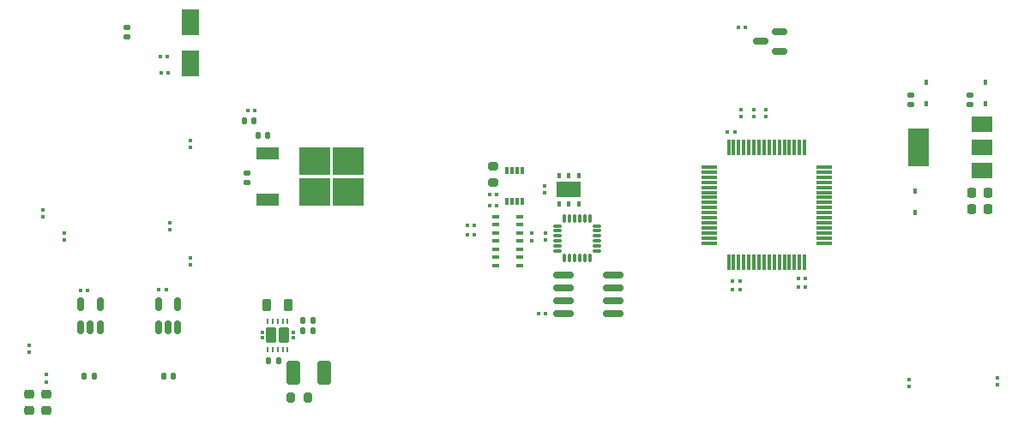
<source format=gbr>
%TF.GenerationSoftware,KiCad,Pcbnew,(6.0.4)*%
%TF.CreationDate,2022-10-13T17:41:33-04:00*%
%TF.ProjectId,ece49022_team44_pcb,65636534-3930-4323-925f-7465616d3434,rev?*%
%TF.SameCoordinates,Original*%
%TF.FileFunction,Paste,Top*%
%TF.FilePolarity,Positive*%
%FSLAX46Y46*%
G04 Gerber Fmt 4.6, Leading zero omitted, Abs format (unit mm)*
G04 Created by KiCad (PCBNEW (6.0.4)) date 2022-10-13 17:41:33*
%MOMM*%
%LPD*%
G01*
G04 APERTURE LIST*
G04 Aperture macros list*
%AMRoundRect*
0 Rectangle with rounded corners*
0 $1 Rounding radius*
0 $2 $3 $4 $5 $6 $7 $8 $9 X,Y pos of 4 corners*
0 Add a 4 corners polygon primitive as box body*
4,1,4,$2,$3,$4,$5,$6,$7,$8,$9,$2,$3,0*
0 Add four circle primitives for the rounded corners*
1,1,$1+$1,$2,$3*
1,1,$1+$1,$4,$5*
1,1,$1+$1,$6,$7*
1,1,$1+$1,$8,$9*
0 Add four rect primitives between the rounded corners*
20,1,$1+$1,$2,$3,$4,$5,0*
20,1,$1+$1,$4,$5,$6,$7,0*
20,1,$1+$1,$6,$7,$8,$9,0*
20,1,$1+$1,$8,$9,$2,$3,0*%
G04 Aperture macros list end*
%ADD10RoundRect,0.079500X0.100500X-0.079500X0.100500X0.079500X-0.100500X0.079500X-0.100500X-0.079500X0*%
%ADD11RoundRect,0.079500X0.079500X0.100500X-0.079500X0.100500X-0.079500X-0.100500X0.079500X-0.100500X0*%
%ADD12RoundRect,0.079500X-0.079500X-0.100500X0.079500X-0.100500X0.079500X0.100500X-0.079500X0.100500X0*%
%ADD13RoundRect,0.218750X0.256250X-0.218750X0.256250X0.218750X-0.256250X0.218750X-0.256250X-0.218750X0*%
%ADD14R,0.450000X0.600000*%
%ADD15RoundRect,0.150000X0.587500X0.150000X-0.587500X0.150000X-0.587500X-0.150000X0.587500X-0.150000X0*%
%ADD16RoundRect,0.150000X-0.825000X-0.150000X0.825000X-0.150000X0.825000X0.150000X-0.825000X0.150000X0*%
%ADD17RoundRect,0.079500X-0.100500X0.079500X-0.100500X-0.079500X0.100500X-0.079500X0.100500X0.079500X0*%
%ADD18RoundRect,0.150000X0.150000X-0.512500X0.150000X0.512500X-0.150000X0.512500X-0.150000X-0.512500X0*%
%ADD19RoundRect,0.075000X-0.700000X-0.075000X0.700000X-0.075000X0.700000X0.075000X-0.700000X0.075000X0*%
%ADD20RoundRect,0.075000X-0.075000X-0.700000X0.075000X-0.700000X0.075000X0.700000X-0.075000X0.700000X0*%
%ADD21RoundRect,0.140000X0.140000X0.170000X-0.140000X0.170000X-0.140000X-0.170000X0.140000X-0.170000X0*%
%ADD22RoundRect,0.075000X-0.075000X0.350000X-0.075000X-0.350000X0.075000X-0.350000X0.075000X0.350000X0*%
%ADD23RoundRect,0.075000X-0.350000X-0.075000X0.350000X-0.075000X0.350000X0.075000X-0.350000X0.075000X0*%
%ADD24RoundRect,0.218750X0.218750X0.256250X-0.218750X0.256250X-0.218750X-0.256250X0.218750X-0.256250X0*%
%ADD25RoundRect,0.218750X-0.218750X-0.381250X0.218750X-0.381250X0.218750X0.381250X-0.218750X0.381250X0*%
%ADD26R,3.050000X2.750000*%
%ADD27R,2.200000X1.200000*%
%ADD28R,0.300000X0.800000*%
%ADD29RoundRect,0.200000X0.200000X0.275000X-0.200000X0.275000X-0.200000X-0.275000X0.200000X-0.275000X0*%
%ADD30RoundRect,0.087500X-0.287500X-0.087500X0.287500X-0.087500X0.287500X0.087500X-0.287500X0.087500X0*%
%ADD31RoundRect,0.025000X-0.145000X0.100000X-0.145000X-0.100000X0.145000X-0.100000X0.145000X0.100000X0*%
%ADD32RoundRect,0.106000X-0.424000X0.644000X-0.424000X-0.644000X0.424000X-0.644000X0.424000X0.644000X0*%
%ADD33R,0.240000X0.600000*%
%ADD34RoundRect,0.218750X-0.218750X-0.256250X0.218750X-0.256250X0.218750X0.256250X-0.218750X0.256250X0*%
%ADD35R,0.400000X0.600000*%
%ADD36R,2.400000X1.500000*%
%ADD37R,2.000000X1.500000*%
%ADD38R,2.000000X3.800000*%
%ADD39RoundRect,0.200000X0.275000X-0.200000X0.275000X0.200000X-0.275000X0.200000X-0.275000X-0.200000X0*%
%ADD40RoundRect,0.135000X0.135000X0.185000X-0.135000X0.185000X-0.135000X-0.185000X0.135000X-0.185000X0*%
%ADD41RoundRect,0.140000X0.170000X-0.140000X0.170000X0.140000X-0.170000X0.140000X-0.170000X-0.140000X0*%
%ADD42RoundRect,0.250000X0.412500X0.925000X-0.412500X0.925000X-0.412500X-0.925000X0.412500X-0.925000X0*%
%ADD43RoundRect,0.135000X-0.135000X-0.185000X0.135000X-0.185000X0.135000X0.185000X-0.135000X0.185000X0*%
%ADD44R,1.800000X2.500000*%
%ADD45RoundRect,0.140000X-0.140000X-0.170000X0.140000X-0.170000X0.140000X0.170000X-0.140000X0.170000X0*%
G04 APERTURE END LIST*
D10*
%TO.C,C1*%
X29048000Y-37240800D03*
X29048000Y-36550800D03*
%TD*%
%TO.C,R3*%
X18634000Y-37566800D03*
X18634000Y-38256800D03*
%TD*%
D11*
%TO.C,C13*%
X65380600Y-45531800D03*
X66070600Y-45531800D03*
%TD*%
D10*
%TO.C,R18*%
X16805200Y-51587600D03*
X16805200Y-52277600D03*
%TD*%
D12*
%TO.C,C6*%
X91034600Y-42026600D03*
X91724600Y-42026600D03*
%TD*%
D11*
%TO.C,R16*%
X58380000Y-37755000D03*
X59070000Y-37755000D03*
%TD*%
D10*
%TO.C,C14*%
X66030400Y-32893200D03*
X66030400Y-33583200D03*
%TD*%
D13*
%TO.C,D9*%
X16805200Y-55082400D03*
X16805200Y-53507400D03*
%TD*%
D14*
%TO.C,D4*%
X109515200Y-24788600D03*
X109515200Y-22688600D03*
%TD*%
D10*
%TO.C,R2*%
X31029200Y-40695200D03*
X31029200Y-40005200D03*
%TD*%
D15*
%TO.C,Q1*%
X89246000Y-19593400D03*
X89246000Y-17693400D03*
X87371000Y-18643400D03*
%TD*%
D16*
%TO.C,U5*%
X67836800Y-41721800D03*
X67836800Y-42991800D03*
X67836800Y-44261800D03*
X67836800Y-45531800D03*
X72786800Y-45531800D03*
X72786800Y-44261800D03*
X72786800Y-42991800D03*
X72786800Y-41721800D03*
%TD*%
D11*
%TO.C,C10*%
X84075000Y-27599400D03*
X84765000Y-27599400D03*
%TD*%
%TO.C,R14*%
X28129000Y-21757400D03*
X28819000Y-21757400D03*
%TD*%
D17*
%TO.C,C12*%
X66080000Y-38290000D03*
X66080000Y-37600000D03*
%TD*%
D12*
%TO.C,C8*%
X84583000Y-42280600D03*
X85273000Y-42280600D03*
%TD*%
D11*
%TO.C,R19*%
X20219400Y-43245800D03*
X20909400Y-43245800D03*
%TD*%
D18*
%TO.C,U12*%
X20224000Y-46923300D03*
X21174000Y-46923300D03*
X22124000Y-46923300D03*
X22124000Y-44648300D03*
X20224000Y-44648300D03*
%TD*%
D19*
%TO.C,U1*%
X82250200Y-31063000D03*
X82250200Y-31563000D03*
X82250200Y-32063000D03*
X82250200Y-32563000D03*
X82250200Y-33063000D03*
X82250200Y-33563000D03*
X82250200Y-34063000D03*
X82250200Y-34563000D03*
X82250200Y-35063000D03*
X82250200Y-35563000D03*
X82250200Y-36063000D03*
X82250200Y-36563000D03*
X82250200Y-37063000D03*
X82250200Y-37563000D03*
X82250200Y-38063000D03*
X82250200Y-38563000D03*
D20*
X84175200Y-40488000D03*
X84675200Y-40488000D03*
X85175200Y-40488000D03*
X85675200Y-40488000D03*
X86175200Y-40488000D03*
X86675200Y-40488000D03*
X87175200Y-40488000D03*
X87675200Y-40488000D03*
X88175200Y-40488000D03*
X88675200Y-40488000D03*
X89175200Y-40488000D03*
X89675200Y-40488000D03*
X90175200Y-40488000D03*
X90675200Y-40488000D03*
X91175200Y-40488000D03*
X91675200Y-40488000D03*
D19*
X93600200Y-38563000D03*
X93600200Y-38063000D03*
X93600200Y-37563000D03*
X93600200Y-37063000D03*
X93600200Y-36563000D03*
X93600200Y-36063000D03*
X93600200Y-35563000D03*
X93600200Y-35063000D03*
X93600200Y-34563000D03*
X93600200Y-34063000D03*
X93600200Y-33563000D03*
X93600200Y-33063000D03*
X93600200Y-32563000D03*
X93600200Y-32063000D03*
X93600200Y-31563000D03*
X93600200Y-31063000D03*
D20*
X91675200Y-29138000D03*
X91175200Y-29138000D03*
X90675200Y-29138000D03*
X90175200Y-29138000D03*
X89675200Y-29138000D03*
X89175200Y-29138000D03*
X88675200Y-29138000D03*
X88175200Y-29138000D03*
X87675200Y-29138000D03*
X87175200Y-29138000D03*
X86675200Y-29138000D03*
X86175200Y-29138000D03*
X85675200Y-29138000D03*
X85175200Y-29138000D03*
X84675200Y-29138000D03*
X84175200Y-29138000D03*
%TD*%
D12*
%TO.C,C9*%
X84583000Y-43144200D03*
X85273000Y-43144200D03*
%TD*%
D21*
%TO.C,C24*%
X29375600Y-51729400D03*
X28415600Y-51729400D03*
%TD*%
D22*
%TO.C,U7*%
X70480800Y-36165000D03*
X69980800Y-36165000D03*
X69480800Y-36165000D03*
X68980800Y-36165000D03*
X68480800Y-36165000D03*
X67980800Y-36165000D03*
D23*
X67280800Y-36865000D03*
X67280800Y-37365000D03*
X67280800Y-37865000D03*
X67280800Y-38365000D03*
X67280800Y-38865000D03*
X67280800Y-39365000D03*
D22*
X67980800Y-40065000D03*
X68480800Y-40065000D03*
X68980800Y-40065000D03*
X69480800Y-40065000D03*
X69980800Y-40065000D03*
X70480800Y-40065000D03*
D23*
X71180800Y-39365000D03*
X71180800Y-38865000D03*
X71180800Y-38365000D03*
X71180800Y-37865000D03*
X71180800Y-37365000D03*
X71180800Y-36865000D03*
%TD*%
D24*
%TO.C,D8*%
X109743900Y-35219400D03*
X108168900Y-35219400D03*
%TD*%
D14*
%TO.C,D5*%
X103673200Y-22688600D03*
X103673200Y-24788600D03*
%TD*%
D17*
%TO.C,R20*%
X15140000Y-49375000D03*
X15140000Y-48685000D03*
%TD*%
D21*
%TO.C,C25*%
X21529600Y-51729400D03*
X20569600Y-51729400D03*
%TD*%
D25*
%TO.C,L1*%
X38587500Y-44719000D03*
X40712500Y-44719000D03*
%TD*%
D26*
%TO.C,U9*%
X46640600Y-30494000D03*
X46640600Y-33544000D03*
X43290600Y-30494000D03*
X43290600Y-33544000D03*
D27*
X38665600Y-29739000D03*
X38665600Y-34299000D03*
%TD*%
D11*
%TO.C,R12*%
X28772800Y-20131800D03*
X28082800Y-20131800D03*
%TD*%
D28*
%TO.C,U4*%
X62283200Y-34483400D03*
X62783200Y-34483400D03*
X63283200Y-34483400D03*
X63783200Y-34483400D03*
X63783200Y-31383400D03*
X63283200Y-31383400D03*
X62783200Y-31383400D03*
X62283200Y-31383400D03*
%TD*%
D17*
%TO.C,C16*%
X64760400Y-38307600D03*
X64760400Y-37617600D03*
%TD*%
D21*
%TO.C,C17*%
X39723600Y-50205400D03*
X38763600Y-50205400D03*
%TD*%
D29*
%TO.C,R13*%
X42620800Y-53863000D03*
X40970800Y-53863000D03*
%TD*%
D10*
%TO.C,C3*%
X110734400Y-51881800D03*
X110734400Y-52571800D03*
%TD*%
D13*
%TO.C,D10*%
X15128800Y-55107700D03*
X15128800Y-53532700D03*
%TD*%
D30*
%TO.C,U6*%
X61172800Y-35969000D03*
X61172800Y-36769000D03*
X61172800Y-37569000D03*
X61172800Y-38369000D03*
X61172800Y-39169000D03*
X61172800Y-39969000D03*
X61172800Y-40769000D03*
X63572800Y-40769000D03*
X63572800Y-39969000D03*
X63572800Y-39169000D03*
X63572800Y-38369000D03*
X63572800Y-37569000D03*
X63572800Y-36769000D03*
X63572800Y-35969000D03*
%TD*%
D31*
%TO.C,U8*%
X41180000Y-47915400D03*
X41180000Y-47415400D03*
X38120000Y-47415400D03*
X38120000Y-47915400D03*
D32*
X40280000Y-47665400D03*
X39020000Y-47665400D03*
D33*
X40650000Y-46265400D03*
X40150000Y-46265400D03*
X39650000Y-46265400D03*
X39150000Y-46265400D03*
X38650000Y-46265400D03*
X38650000Y-49065400D03*
X39150000Y-49065400D03*
X39650000Y-49065400D03*
X40150000Y-49065400D03*
X40650000Y-49065400D03*
%TD*%
D34*
%TO.C,D7*%
X108168900Y-33593800D03*
X109743900Y-33593800D03*
%TD*%
D11*
%TO.C,R6*%
X85842400Y-17287000D03*
X85152400Y-17287000D03*
%TD*%
D21*
%TO.C,C20*%
X38672000Y-27904200D03*
X37712000Y-27904200D03*
%TD*%
D35*
%TO.C,U2*%
X67468000Y-34689000D03*
X68418000Y-34689000D03*
X69368000Y-34689000D03*
X69368000Y-31889000D03*
X68418000Y-31889000D03*
X67468000Y-31889000D03*
D36*
X68418000Y-33289000D03*
%TD*%
D12*
%TO.C,R15*%
X58375000Y-36815000D03*
X59065000Y-36815000D03*
%TD*%
D17*
%TO.C,R8*%
X87874400Y-25374800D03*
X87874400Y-26064800D03*
%TD*%
D14*
%TO.C,D6*%
X102606400Y-35507400D03*
X102606400Y-33407400D03*
%TD*%
D37*
%TO.C,U10*%
X109210400Y-31386600D03*
X109210400Y-29086600D03*
D38*
X102910400Y-29086600D03*
D37*
X109210400Y-26786600D03*
%TD*%
D39*
%TO.C,R7*%
X60940000Y-32615000D03*
X60940000Y-30965000D03*
%TD*%
D11*
%TO.C,R17*%
X28631000Y-43195000D03*
X27941000Y-43195000D03*
%TD*%
D40*
%TO.C,R11*%
X43157200Y-47259000D03*
X42137200Y-47259000D03*
%TD*%
D10*
%TO.C,R1*%
X31029200Y-28463000D03*
X31029200Y-29153000D03*
%TD*%
D11*
%TO.C,C4*%
X36678600Y-25465800D03*
X37368600Y-25465800D03*
%TD*%
D10*
%TO.C,R5*%
X85436000Y-26075400D03*
X85436000Y-25385400D03*
%TD*%
D12*
%TO.C,C7*%
X91724600Y-42890200D03*
X91034600Y-42890200D03*
%TD*%
D18*
%TO.C,U11*%
X27894800Y-46872500D03*
X28844800Y-46872500D03*
X29794800Y-46872500D03*
X29794800Y-44597500D03*
X27894800Y-44597500D03*
%TD*%
D41*
%TO.C,C23*%
X24749800Y-18201400D03*
X24749800Y-17241400D03*
%TD*%
D17*
%TO.C,R4*%
X102010000Y-52080000D03*
X102010000Y-52770000D03*
%TD*%
D11*
%TO.C,C11*%
X60575000Y-33755000D03*
X61265000Y-33755000D03*
%TD*%
D41*
%TO.C,C21*%
X107991200Y-24879000D03*
X107991200Y-23919000D03*
%TD*%
%TO.C,C18*%
X36668000Y-32600600D03*
X36668000Y-31640600D03*
%TD*%
D42*
%TO.C,C19*%
X44286300Y-51373800D03*
X41211300Y-51373800D03*
%TD*%
D10*
%TO.C,R9*%
X86655200Y-26064800D03*
X86655200Y-25374800D03*
%TD*%
D12*
%TO.C,C15*%
X60616000Y-34863800D03*
X61306000Y-34863800D03*
%TD*%
D43*
%TO.C,R10*%
X42137200Y-46192200D03*
X43157200Y-46192200D03*
%TD*%
D10*
%TO.C,C2*%
X16500400Y-35960200D03*
X16500400Y-35270200D03*
%TD*%
D44*
%TO.C,D1*%
X31080000Y-20779000D03*
X31080000Y-16779000D03*
%TD*%
D41*
%TO.C,C22*%
X102149200Y-24879000D03*
X102149200Y-23919000D03*
%TD*%
D45*
%TO.C,C5*%
X36340400Y-26481800D03*
X37300400Y-26481800D03*
%TD*%
M02*

</source>
